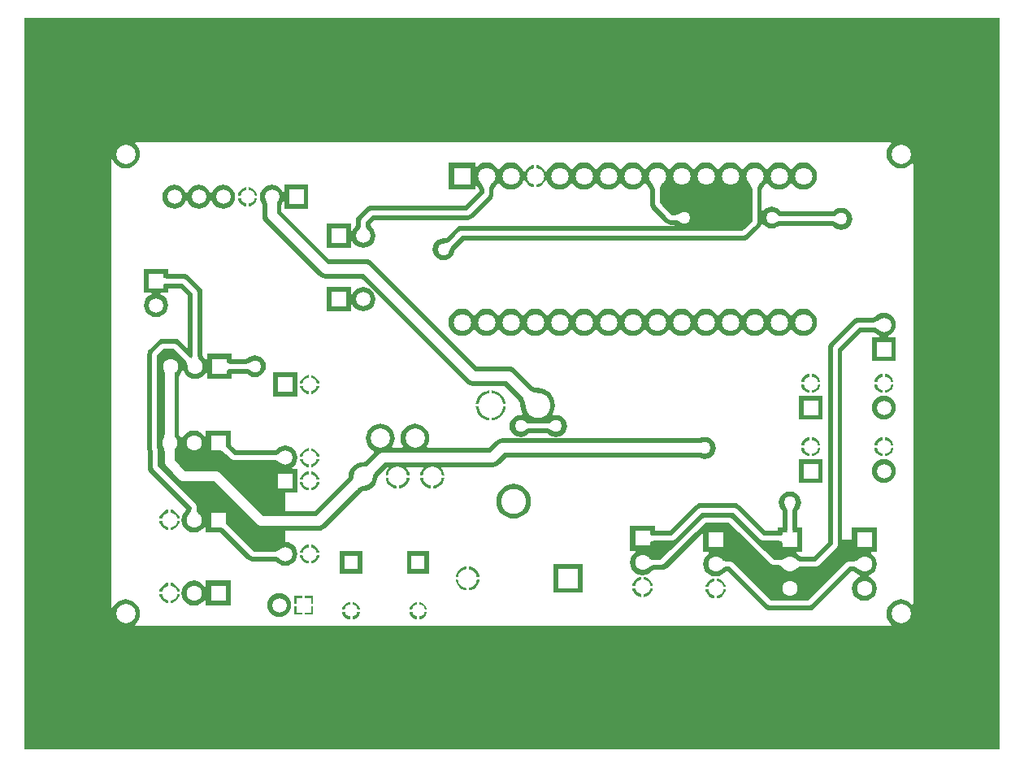
<source format=gbr>
%FSDAX33Y33*%
%MOMM*%
%SFA1B1*%

%IPPOS*%
%AMD1002*
%
%ADD22C,2.600000*%
%ADD25C,2.000001*%
%ADD30C,0.499999*%
%ADD31C,1.000001*%
%ADD33R,1.350000X1.350000*%
%ADD34C,1.350000*%
%ADD35C,1.799999*%
%ADD36R,1.799999X1.799999*%
%ADD37R,1.500000X1.500000*%
%ADD38C,1.500000*%
%ADD39C,1.599997*%
%ADD40R,1.599997X1.599997*%
%ADD41R,2.000001X2.000001*%
%ADD42C,1.270000*%
%LNfilm_bottom_layer-1*%
%LPD*%
G36*
X101600Y076200D02*
X000000D01*
Y000000*
X101600*
Y076200*
G37*
%LNfilm_bottom_layer-2*%
%LPC*%
G36*
X011512Y063195D02*
X011606Y063117D01*
X011794Y062889*
X011933Y062628*
X012019Y062346*
X012048Y062052*
X012019Y061758*
X011933Y061475*
X011794Y061214*
X011606Y060986*
X011378Y060798*
X011117Y060659*
X010835Y060573*
X010541Y060544*
X010246Y060573*
X009964Y060659*
X009703Y060798*
X009475Y060986*
X009287Y061214*
X009148Y061475*
X009144Y061490*
X009017Y061471*
Y014754*
X009144Y014735*
X009148Y014749*
X009287Y015010*
X009475Y015238*
X009703Y015426*
X009964Y015565*
X010246Y015651*
X010541Y015680*
X010835Y015651*
X011117Y015565*
X011378Y015426*
X011606Y015238*
X011794Y015010*
X011933Y014749*
X012019Y014467*
X012048Y014173*
X012019Y013879*
X011933Y013596*
X011794Y013335*
X011606Y013107*
X011512Y013030*
X011558Y012903*
X090295*
X090341Y013030*
X090247Y013107*
X090059Y013335*
X089920Y013596*
X089834Y013879*
X089805Y014173*
X089834Y014467*
X089920Y014749*
X090059Y015010*
X090247Y015238*
X090475Y015426*
X090736Y015565*
X091018Y015651*
X091313Y015680*
X091607Y015651*
X091889Y015565*
X092150Y015426*
X092378Y015238*
X092456Y015144*
X092583Y015190*
Y061035*
X092456Y061080*
X092378Y060986*
X092150Y060798*
X091889Y060659*
X091607Y060573*
X091313Y060544*
X091018Y060573*
X090736Y060659*
X090475Y060798*
X090247Y060986*
X090059Y061214*
X089920Y061475*
X089834Y061758*
X089805Y062052*
X089834Y062346*
X089920Y062628*
X090059Y062889*
X090247Y063117*
X090341Y063195*
X090295Y063322*
X011558*
X011512Y063195*
G37*
%LNfilm_bottom_layer-3*%
%LPD*%
G36*
X039845Y020660D02*
X042195D01*
Y018310*
X039845*
Y020660*
G37*
G36*
X046055Y019104D02*
Y017983D01*
X044933*
X044960Y018183*
X045086Y018488*
X045287Y018750*
X045549Y018951*
X045854Y019077*
X046055Y019104*
G37*
G36*
X032860Y020660D02*
X035210D01*
Y018310*
X032860*
Y020660*
G37*
G36*
X028722Y020269D02*
X029591D01*
Y019400*
X029455Y019418*
X029211Y019519*
X029001Y019680*
X028840Y019889*
X028739Y020134*
X028722Y020269*
G37*
G36*
X029845D02*
X030713D01*
X030696Y020134*
X030594Y019889*
X030434Y019680*
X030224Y019519*
X029980Y019418*
X029845Y019400*
Y020269*
G37*
G36*
X046309Y019104D02*
X046509Y019077D01*
X046814Y018951*
X047076Y018750*
X047277Y018488*
X047403Y018183*
X047430Y017983*
X046309*
Y019104*
G37*
G36*
X071882Y017864D02*
Y016945D01*
X070962*
X070982Y017093*
X071088Y017349*
X071257Y017569*
X071477Y017738*
X071733Y017845*
X071882Y017864*
G37*
G36*
X072136D02*
X072284Y017845D01*
X072540Y017738*
X072760Y017569*
X072929Y017349*
X073035Y017093*
X073055Y016945*
X072136*
Y017864*
G37*
G36*
X017653Y017643D02*
X017992Y017598D01*
X018308Y017467*
X018580Y017259*
X018766Y017017*
X018893Y017051*
Y017632*
X021492*
Y015032*
X018893*
Y015613*
X018766Y015647*
X018580Y015405*
X018308Y015196*
X017992Y015065*
X017653Y015020*
X017313Y015065*
X016997Y015196*
X016725Y015405*
X016517Y015676*
X016386Y015992*
X016341Y016332*
X016386Y016671*
X016517Y016987*
X016725Y017259*
X016997Y017467*
X017313Y017598*
X017653Y017643*
G37*
G36*
X064262Y017991D02*
Y017072D01*
X063342*
X063362Y017220*
X063468Y017476*
X063637Y017696*
X063857Y017865*
X064113Y017972*
X064262Y017991*
G37*
G36*
X064516D02*
X064664Y017972D01*
X064920Y017865*
X065140Y017696*
X065309Y017476*
X065415Y017220*
X065435Y017072*
X064516*
Y017991*
G37*
G36*
X029845Y021392D02*
X029980Y021374D01*
X030224Y021273*
X030434Y021112*
X030594Y020902*
X030696Y020658*
X030713Y020523*
X029845*
Y021392*
G37*
G36*
Y027889D02*
X030713D01*
X030696Y027754*
X030594Y027509*
X030434Y027300*
X030224Y027139*
X029980Y027038*
X029845Y027020*
Y027889*
G37*
G36*
X050966Y027698D02*
X051319Y027664D01*
X051659Y027561*
X051971Y027394*
X052245Y027169*
X052470Y026895*
X052638Y026582*
X052740Y026243*
X052775Y025890*
X052740Y025537*
X052638Y025198*
X052470Y024885*
X052245Y024611*
X051971Y024386*
X051659Y024219*
X051319Y024116*
X050966Y024081*
X050614Y024116*
X050274Y024219*
X049962Y024386*
X049688Y024611*
X049463Y024885*
X049295Y025198*
X049193Y025537*
X049158Y025890*
X049193Y026243*
X049295Y026582*
X049463Y026895*
X049688Y027169*
X049962Y027394*
X050274Y027561*
X050614Y027664*
X050966Y027698*
G37*
G36*
X028722Y027889D02*
X029591D01*
Y027020*
X029455Y027038*
X029211Y027139*
X029001Y027300*
X028840Y027509*
X028739Y027754*
X028722Y027889*
G37*
G36*
X039010Y028334D02*
X040132D01*
X040105Y028133*
X039979Y027828*
X039778Y027566*
X039516Y027365*
X039211Y027239*
X039010Y027213*
Y028334*
G37*
G36*
X042610D02*
X043732D01*
X043705Y028133*
X043579Y027828*
X043378Y027566*
X043116Y027365*
X042811Y027239*
X042610Y027213*
Y028334*
G37*
G36*
X014986Y024998D02*
Y024079D01*
X014066*
X014086Y024227*
X014192Y024483*
X014361Y024703*
X014581Y024872*
X014837Y024979*
X014986Y024998*
G37*
G36*
X089535Y045532D02*
X089861Y045490D01*
X090165Y045364*
X090426Y045163*
X090626Y044902*
X090752Y044598*
X090795Y044272*
X090752Y043945*
X090626Y043641*
X090426Y043380*
X090165Y043180*
X089993Y043109*
X090018Y042982*
X090784*
Y040482*
X088284*
Y042982*
X089051*
X089076Y043109*
X088904Y043180*
X088643Y043380*
X088639Y043386*
X088605Y043418*
X088577Y043441*
X088551Y043460*
X088526Y043475*
X088502Y043486*
X088479Y043495*
X088456Y043502*
X088432Y043507*
X088406Y043510*
X088357Y043512*
X088345Y043515*
X087181*
X085211Y041545*
Y021898*
X086203*
Y023198*
X088802*
Y020598*
X088222*
X088187Y020471*
X088430Y020285*
X088638Y020013*
X088769Y019697*
X088814Y019358*
X088769Y019018*
X088638Y018702*
X088430Y018431*
X088158Y018222*
X087999Y018156*
Y018019*
X088158Y017953*
X088430Y017745*
X088638Y017473*
X088769Y017157*
X088814Y016818*
X088769Y016478*
X088638Y016162*
X088430Y015891*
X088158Y015682*
X087842Y015551*
X087503Y015506*
X087163Y015551*
X086847Y015682*
X086575Y015891*
X086367Y016162*
X086236Y016478*
X086191Y016818*
X086236Y017157*
X086367Y017473*
X086575Y017745*
X086847Y017953*
X087006Y018019*
Y018156*
X086847Y018222*
X086575Y018431*
X086569Y018439*
X086529Y018477*
X086493Y018508*
X086459Y018533*
X086427Y018552*
X086398Y018567*
X086370Y018579*
X086344Y018587*
X086318Y018593*
X086291Y018596*
X086241Y018598*
X086229Y018601*
X086197*
X082328Y014733*
X082171Y014613*
X081989Y014537*
X081793Y014511*
X077680*
X077484Y014537*
X077301Y014613*
X077145Y014733*
X073277Y018600*
X073270Y018598*
X073220Y018596*
X073193Y018593*
X073167Y018587*
X073141Y018579*
X073113Y018567*
X073084Y018552*
X073052Y018533*
X073018Y018508*
X072982Y018477*
X072942Y018439*
X072936Y018431*
X072664Y018222*
X072348Y018091*
X072009Y018046*
X071669Y018091*
X071353Y018222*
X071081Y018431*
X070873Y018702*
X070742Y019018*
X070697Y019358*
X070742Y019697*
X070873Y020013*
X071081Y020285*
X071324Y020471*
X071289Y020598*
X070709*
Y022542*
X070591Y022590*
X066951Y018950*
X066951Y018950*
X066794Y018830*
X066611Y018754*
X066416Y018728*
X066416*
X065662*
X065650Y018725*
X065600Y018723*
X065573Y018720*
X065547Y018714*
X065521Y018706*
X065493Y018694*
X065464Y018679*
X065432Y018660*
X065398Y018635*
X065362Y018604*
X065322Y018566*
X065316Y018558*
X065044Y018349*
X064728Y018218*
X064389Y018173*
X064049Y018218*
X063733Y018349*
X063461Y018558*
X063253Y018829*
X063122Y019145*
X063077Y019485*
X063122Y019824*
X063253Y020140*
X063461Y020412*
X063704Y020598*
X063669Y020725*
X063089*
Y023325*
X065688*
Y022785*
X065699Y022784*
X065713Y022781*
X067228*
X069929Y025482*
X070086Y025603*
X070269Y025678*
X070464Y025704*
X073987*
X073987Y025704*
X074183Y025678*
X074365Y025603*
X074522Y025482*
X077223Y022781*
X078431*
X078445Y022784*
X078456Y022785*
Y023198*
X078996*
X078996Y023208*
X078999Y023222*
Y024747*
X078996Y024760*
X078995Y024806*
X078992Y024832*
X078988Y024853*
X078984Y024869*
X078980Y024882*
X078976Y024893*
X078971Y024901*
X078967Y024908*
X078961Y024915*
X078939Y024939*
X078933Y024948*
X078764Y025168*
X078650Y025444*
X078611Y025741*
X078650Y026037*
X078764Y026313*
X078946Y026550*
X079183Y026732*
X079459Y026846*
X079756Y026885*
X080052Y026846*
X080328Y026732*
X080565Y026550*
X080747Y026313*
X080861Y026037*
X080900Y025741*
X080861Y025444*
X080747Y025168*
X080578Y024948*
X080572Y024939*
X080550Y024915*
X080544Y024908*
X080540Y024901*
X080535Y024893*
X080531Y024882*
X080527Y024869*
X080522Y024853*
X080519Y024832*
X080516Y024806*
X080515Y024760*
X080512Y024747*
Y023222*
X080515Y023208*
X080515Y023198*
X081055*
Y020598*
X080475*
X080440Y020471*
X080683Y020285*
X080689Y020277*
X080729Y020238*
X080765Y020208*
X080799Y020183*
X080831Y020163*
X080860Y020148*
X080888Y020137*
X080914Y020128*
X080940Y020123*
X080967Y020119*
X081017Y020117*
X081029Y020114*
X082214*
X083698Y021598*
Y041859*
Y041859*
X083711Y041957*
X083724Y042054*
X083799Y042237*
X083920Y042394*
X086333Y044807*
X086489Y044927*
X086672Y045002*
X086868Y045028*
X088345*
X088357Y045031*
X088406Y045033*
X088432Y045036*
X088456Y045041*
X088479Y045048*
X088502Y045057*
X088526Y045069*
X088551Y045084*
X088577Y045102*
X088605Y045125*
X088639Y045158*
X088643Y045163*
X088904Y045364*
X089208Y045490*
X089535Y045532*
G37*
G36*
X029591Y021392D02*
Y020523D01*
X028722*
X028739Y020658*
X028840Y020902*
X029001Y021112*
X029211Y021273*
X029455Y021374*
X029591Y021392*
G37*
G36*
X015240Y023825D02*
X016159D01*
X016139Y023677*
X016033Y023420*
X015864Y023200*
X015644Y023031*
X015388Y022925*
X015240Y022905*
Y023825*
G37*
G36*
Y024998D02*
X015388Y024979D01*
X015644Y024872*
X015864Y024703*
X016033Y024483*
X016139Y024227*
X016159Y024079*
X015240*
Y024998*
G37*
G36*
X014066Y023825D02*
X014986D01*
Y022905*
X014837Y022925*
X014581Y023031*
X014361Y023200*
X014192Y023420*
X014086Y023677*
X014066Y023825*
G37*
G36*
X044933Y017729D02*
X046055D01*
Y016608*
X045854Y016634*
X045549Y016760*
X045287Y016961*
X045086Y017223*
X044960Y017528*
X044933Y017729*
G37*
G36*
X041148Y015405D02*
X041263Y015390D01*
X041489Y015296*
X041683Y015147*
X041832Y014953*
X041926Y014727*
X041941Y014612*
X041148*
Y015405*
G37*
G36*
X028078Y014935D02*
X028956D01*
Y014058*
X028078*
Y014935*
G37*
G36*
X034163Y015405D02*
X034278Y015390D01*
X034504Y015296*
X034698Y015147*
X034847Y014953*
X034941Y014727*
X034956Y014612*
X034163*
Y015405*
G37*
G36*
X033909D02*
Y014612D01*
X033115*
X033130Y014727*
X033224Y014953*
X033373Y015147*
X033567Y015296*
X033793Y015390*
X033909Y015405*
G37*
G36*
X040894D02*
Y014612D01*
X040100*
X040115Y014727*
X040209Y014953*
X040358Y015147*
X040552Y015296*
X040778Y015390*
X040894Y015405*
G37*
G36*
X029210Y014935D02*
X030086D01*
Y014058*
X029210*
Y014935*
G37*
G36*
X034163Y014358D02*
X034956D01*
X034941Y014242*
X034847Y014016*
X034698Y013822*
X034504Y013673*
X034278Y013580*
X034163Y013564*
Y014358*
G37*
G36*
X041148D02*
X041941D01*
X041926Y014242*
X041832Y014016*
X041683Y013822*
X041489Y013673*
X041263Y013580*
X041148Y013564*
Y014358*
G37*
G36*
X040100D02*
X040894D01*
Y013564*
X040778Y013580*
X040552Y013673*
X040358Y013822*
X040209Y014016*
X040115Y014242*
X040100Y014358*
G37*
G36*
X026543Y016322D02*
X026869Y016280D01*
X027173Y016154*
X027434Y015953*
X027634Y015692*
X027760Y015388*
X027803Y015062*
X027760Y014735*
X027634Y014431*
X027434Y014170*
X027173Y013970*
X026869Y013844*
X026543Y013801*
X026216Y013844*
X025912Y013970*
X025651Y014170*
X025451Y014431*
X025325Y014735*
X025282Y015062*
X025325Y015388*
X025451Y015692*
X025651Y015953*
X025912Y016154*
X026216Y016280*
X026543Y016322*
G37*
G36*
X033115Y014358D02*
X033909D01*
Y013564*
X033793Y013580*
X033567Y013673*
X033373Y013822*
X033224Y014016*
X033130Y014242*
X033115Y014358*
G37*
G36*
X029210Y016066D02*
X030086D01*
Y015189*
X029210*
Y016066*
G37*
G36*
X055141Y019356D02*
X058141D01*
Y016356*
X055141*
Y019356*
G37*
G36*
X063342Y016818D02*
X064262D01*
Y015898*
X064113Y015918*
X063857Y016024*
X063637Y016193*
X063468Y016413*
X063362Y016670*
X063342Y016818*
G37*
G36*
X015240Y017378D02*
X015388Y017359D01*
X015644Y017252*
X015864Y017083*
X016033Y016863*
X016139Y016607*
X016159Y016459*
X015240*
Y017378*
G37*
G36*
X046309Y017729D02*
X047430D01*
X047403Y017528*
X047277Y017223*
X047076Y016961*
X046814Y016760*
X046509Y016634*
X046309Y016608*
Y017729*
G37*
G36*
X014986Y017378D02*
Y016459D01*
X014066*
X014086Y016607*
X014192Y016863*
X014361Y017083*
X014581Y017252*
X014837Y017359*
X014986Y017378*
G37*
G36*
X064516Y016818D02*
X065435D01*
X065415Y016670*
X065309Y016413*
X065140Y016193*
X064920Y016024*
X064664Y015918*
X064516Y015898*
Y016818*
G37*
G36*
X015240Y016205D02*
X016159D01*
X016139Y016057*
X016033Y015800*
X015864Y015580*
X015644Y015411*
X015388Y015305*
X015240Y015285*
Y016205*
G37*
G36*
X028078Y016066D02*
X028956D01*
Y015189*
X028078*
Y016066*
G37*
G36*
X014066Y016205D02*
X014986D01*
Y015285*
X014837Y015305*
X014581Y015411*
X014361Y015580*
X014192Y015800*
X014086Y016057*
X014066Y016205*
G37*
G36*
X070962Y016691D02*
X071882D01*
Y015771*
X071733Y015791*
X071477Y015897*
X071257Y016066*
X071088Y016286*
X070982Y016543*
X070962Y016691*
G37*
G36*
X072136D02*
X073055D01*
X073035Y016543*
X072929Y016286*
X072760Y016066*
X072540Y015897*
X072284Y015791*
X072136Y015771*
Y016691*
G37*
G36*
X037635Y028334D02*
X038756D01*
Y027213*
X038556Y027239*
X038251Y027365*
X037989Y027566*
X037788Y027828*
X037662Y028133*
X037635Y028334*
G37*
G36*
X029591Y039045D02*
Y038176D01*
X028722*
X028739Y038311*
X028840Y038555*
X029001Y038765*
X029211Y038926*
X029455Y039027*
X029591Y039045*
G37*
G36*
X029845D02*
X029980Y039027D01*
X030224Y038926*
X030434Y038765*
X030594Y038555*
X030696Y038311*
X030713Y038176*
X029845*
Y039045*
G37*
G36*
X089662Y039172D02*
X089797Y039154D01*
X090041Y039053*
X090251Y038892*
X090411Y038682*
X090513Y038438*
X090530Y038303*
X089662*
Y039172*
G37*
G36*
X089408D02*
Y038303D01*
X088539*
X088556Y038438*
X088657Y038682*
X088818Y038892*
X089028Y039053*
X089272Y039154*
X089408Y039172*
G37*
G36*
X082042D02*
X082177Y039154D01*
X082421Y039053*
X082631Y038892*
X082791Y038682*
X082893Y038438*
X082910Y038303*
X082042*
Y039172*
G37*
G36*
X080919Y038049D02*
X081788D01*
Y037180*
X081652Y037198*
X081408Y037299*
X081198Y037460*
X081037Y037669*
X080936Y037914*
X080919Y038049*
G37*
G36*
X028722Y037922D02*
X029591D01*
Y037053*
X029455Y037071*
X029211Y037172*
X029001Y037333*
X028840Y037542*
X028739Y037787*
X028722Y037922*
G37*
G36*
X029845D02*
X030713D01*
X030696Y037787*
X030594Y037542*
X030434Y037333*
X030224Y037172*
X029980Y037071*
X029845Y037053*
Y037922*
G37*
G36*
X089662Y038049D02*
X090530D01*
X090513Y037914*
X090411Y037669*
X090251Y037460*
X090041Y037299*
X089797Y037198*
X089662Y037180*
Y038049*
G37*
G36*
X088539D02*
X089408D01*
Y037180*
X089272Y037198*
X089028Y037299*
X088818Y037460*
X088657Y037669*
X088556Y037914*
X088539Y038049*
G37*
G36*
X082042D02*
X082910D01*
X082893Y037914*
X082791Y037669*
X082631Y037460*
X082421Y037299*
X082177Y037198*
X082042Y037180*
Y038049*
G37*
G36*
X081788Y039172D02*
Y038303D01*
X080919*
X080936Y038438*
X081037Y038682*
X081198Y038892*
X081408Y039053*
X081652Y039154*
X081788Y039172*
G37*
G36*
X015621Y058867D02*
X015947Y058825D01*
X016251Y058699*
X016512Y058498*
X016712Y058237*
X016825Y057964*
X016826Y057964*
X016955*
X016956Y057964*
X017069Y058237*
X017269Y058498*
X017530Y058699*
X017834Y058825*
X018161Y058867*
X018487Y058825*
X018791Y058699*
X019052Y058498*
X019252Y058237*
X019365Y057964*
X019366Y057964*
X019495*
X019496Y057964*
X019609Y058237*
X019809Y058498*
X020070Y058699*
X020374Y058825*
X020701Y058867*
X021027Y058825*
X021331Y058699*
X021592Y058498*
X021792Y058237*
X021918Y057933*
X021961Y057607*
X021918Y057280*
X021792Y056976*
X021592Y056715*
X021331Y056515*
X021027Y056389*
X020701Y056346*
X020374Y056389*
X020070Y056515*
X019809Y056715*
X019609Y056976*
X019496Y057249*
X019495Y057249*
X019366*
X019365Y057249*
X019252Y056976*
X019052Y056715*
X018791Y056515*
X018487Y056389*
X018161Y056346*
X017834Y056389*
X017530Y056515*
X017269Y056715*
X017069Y056976*
X016956Y057249*
X016955Y057249*
X016826*
X016825Y057249*
X016712Y056976*
X016512Y056715*
X016251Y056515*
X015947Y056389*
X015621Y056346*
X015294Y056389*
X014990Y056515*
X014729Y056715*
X014529Y056976*
X014403Y057280*
X014360Y057607*
X014403Y057933*
X014529Y058237*
X014729Y058498*
X014990Y058699*
X015294Y058825*
X015621Y058867*
G37*
G36*
X023114Y058603D02*
Y057734D01*
X022245*
X022262Y057869*
X022363Y058113*
X022524Y058323*
X022734Y058484*
X022978Y058585*
X023114Y058603*
G37*
G36*
X025781Y058867D02*
X026107Y058825D01*
X026411Y058699*
X026672Y058498*
X026872Y058237*
X026943Y058065*
X027070Y058091*
Y058857*
X029570*
Y056357*
X027070*
Y057123*
X026943Y057148*
X026872Y056976*
X026806Y056890*
X026790Y056571*
X026789Y056569*
Y056119*
X031786Y051122*
X035560*
X035821Y051088*
X036064Y050987*
X036273Y050827*
X047153Y039946*
X050419*
X050680Y039912*
X050923Y039811*
X051132Y039651*
X052765Y038017*
X052769Y038015*
X052849Y037940*
X052917Y037885*
X052983Y037838*
X053048Y037799*
X053113Y037767*
X053177Y037742*
X053242Y037723*
X053308Y037710*
X053377Y037702*
X053469Y037699*
X053477Y037697*
X053819Y037664*
X054159Y037561*
X054471Y037394*
X054745Y037169*
X054970Y036895*
X055138Y036582*
X055240Y036243*
X055275Y035890*
X055240Y035537*
X055138Y035198*
X055002Y034944*
X055051Y034871*
X055090Y034838*
X055372Y034875*
X055668Y034836*
X055944Y034722*
X056181Y034540*
X056363Y034303*
X056477Y034027*
X056516Y033731*
X056477Y033434*
X056363Y033158*
X056181Y032921*
X055944Y032739*
X055668Y032625*
X055372Y032586*
X055075Y032625*
X054799Y032739*
X054578Y032909*
X054569Y032914*
X054546Y032936*
X054539Y032942*
X054532Y032946*
X054523Y032951*
X054513Y032955*
X054500Y032960*
X054484Y032964*
X054463Y032967*
X054437Y032970*
X054391Y032971*
X054378Y032974*
X052682*
X052669Y032971*
X052623Y032970*
X052597Y032967*
X052576Y032964*
X052560Y032960*
X052547Y032955*
X052537Y032951*
X052528Y032946*
X052521Y032942*
X052514Y032936*
X052491Y032914*
X052482Y032909*
X052261Y032739*
X051985Y032625*
X051689Y032586*
X051392Y032625*
X051116Y032739*
X050879Y032921*
X050697Y033158*
X050583Y033434*
X050544Y033731*
X050583Y034027*
X050697Y034303*
X050879Y034540*
X051116Y034722*
X051392Y034836*
X051689Y034875*
X051834Y034856*
X051915Y034974*
X051795Y035198*
X051693Y035537*
X051659Y035879*
X051657Y035887*
X051654Y035979*
X051646Y036048*
X051633Y036114*
X051614Y036179*
X051589Y036243*
X051557Y036308*
X051518Y036373*
X051472Y036440*
X051416Y036507*
X051341Y036588*
X051339Y036591*
X050001Y037929*
X046736*
X046474Y037963*
X046231Y038064*
X046022Y038224*
X035142Y049105*
X031369*
X031107Y049139*
X030864Y049240*
X030655Y049400*
X025067Y054988*
X024907Y055197*
X024806Y055441*
X024772Y055702*
Y056590*
X024771Y056596*
X024770Y056677*
X024766Y056876*
X024689Y056976*
X024563Y057280*
X024520Y057607*
X024563Y057933*
X024689Y058237*
X024889Y058498*
X025150Y058699*
X025454Y058825*
X025781Y058867*
G37*
G36*
X048133Y061178D02*
X048498Y061130D01*
X048839Y060989*
X049131Y060764*
X049327Y060508*
X049362Y060498*
X049443*
X049478Y060508*
X049674Y060764*
X049966Y060989*
X050307Y061130*
X050673Y061178*
X051038Y061130*
X051379Y060989*
X051671Y060764*
X051895Y060472*
X052007Y060203*
X052144*
X052204Y060348*
X052389Y060589*
X052631Y060774*
X052911Y060890*
X053086Y060913*
Y059766*
Y058618*
X052911Y058641*
X052631Y058758*
X052389Y058943*
X052204Y059184*
X052144Y059329*
X052007*
X051895Y059060*
X051671Y058767*
X051379Y058543*
X051038Y058402*
X050673Y058354*
X050307Y058402*
X049966Y058543*
X049674Y058767*
X049478Y059023*
X049443Y059033*
X049362*
X049327Y059023*
X049131Y058767*
X049118Y058757*
X049067Y058704*
X049022Y058653*
X048986Y058604*
X048957Y058560*
X048934Y058519*
X048918Y058482*
X048906Y058448*
X048898Y058418*
X048894Y058389*
X048892Y058336*
X048889Y058325*
Y057861*
X048863Y057665*
X048788Y057482*
X048667Y057326*
X046762Y055421*
X046606Y055301*
X046423Y055225*
X046228Y055199*
X036458*
X036062Y054803*
Y054732*
X036065Y054720*
X036067Y054671*
X036070Y054645*
X036075Y054621*
X036082Y054598*
X036091Y054575*
X036103Y054551*
X036117Y054527*
X036136Y054500*
X036159Y054472*
X036192Y054438*
X036197Y054434*
X036397Y054173*
X036523Y053869*
X036566Y053543*
X036523Y053216*
X036397Y052912*
X036197Y052651*
X035936Y052451*
X035632Y052325*
X035306Y052282*
X034979Y052325*
X034675Y052451*
X034414Y052651*
X034214Y052912*
X034142Y053084*
X034015Y053059*
Y052293*
X031515*
Y054793*
X034015*
Y054027*
X034142Y054001*
X034214Y054173*
X034414Y054434*
X034419Y054438*
X034452Y054472*
X034475Y054500*
X034494Y054527*
X034508Y054551*
X034520Y054575*
X034529Y054598*
X034536Y054621*
X034541Y054645*
X034544Y054671*
X034546Y054720*
X034549Y054732*
Y055116*
Y055116*
X034562Y055214*
X034575Y055312*
X034650Y055495*
X034771Y055651*
X035610Y056491*
X035766Y056611*
X035949Y056686*
X036145Y056712*
X045914*
X047376Y058174*
Y058325*
X047373Y058336*
X047371Y058389*
X047366Y058418*
X047359Y058448*
X047347Y058482*
X047331Y058519*
X047308Y058560*
X047279Y058604*
X047242Y058653*
X047198Y058704*
X047147Y058757*
X047134Y058767*
X047113Y058795*
X046992Y058754*
Y058366*
X044193*
Y061166*
X046992*
Y060777*
X047113Y060736*
X047134Y060764*
X047426Y060989*
X047767Y061130*
X048133Y061178*
G37*
G36*
X055753D02*
X056118Y061130D01*
X056459Y060989*
X056751Y060764*
X056947Y060508*
X056982Y060498*
X057063*
X057098Y060508*
X057294Y060764*
X057586Y060989*
X057927Y061130*
X058293Y061178*
X058658Y061130*
X058999Y060989*
X059291Y060764*
X059487Y060508*
X059522Y060498*
X059603*
X059638Y060508*
X059834Y060764*
X060126Y060989*
X060467Y061130*
X060833Y061178*
X061198Y061130*
X061539Y060989*
X061831Y060764*
X062027Y060508*
X062062Y060498*
X062143*
X062178Y060508*
X062374Y060764*
X062666Y060989*
X063007Y061130*
X063373Y061178*
X063738Y061130*
X064079Y060989*
X064371Y060764*
X064567Y060508*
X064602Y060498*
X064683*
X064718Y060508*
X064914Y060764*
X065206Y060989*
X065547Y061130*
X065913Y061178*
X066278Y061130*
X066619Y060989*
X066911Y060764*
X067107Y060508*
X067142Y060498*
X067223*
X067258Y060508*
X067454Y060764*
X067746Y060989*
X068087Y061130*
X068453Y061178*
X068818Y061130*
X069159Y060989*
X069451Y060764*
X069647Y060508*
X069682Y060498*
X069763*
X069798Y060508*
X069994Y060764*
X070286Y060989*
X070627Y061130*
X070993Y061178*
X071358Y061130*
X071699Y060989*
X071991Y060764*
X072187Y060508*
X072222Y060498*
X072303*
X072338Y060508*
X072534Y060764*
X072826Y060989*
X073167Y061130*
X073533Y061178*
X073898Y061130*
X074239Y060989*
X074531Y060764*
X074727Y060508*
X074762Y060498*
X074843*
X074878Y060508*
X075074Y060764*
X075366Y060989*
X075707Y061130*
X076073Y061178*
X076438Y061130*
X076779Y060989*
X077071Y060764*
X077267Y060508*
X077302Y060498*
X077383*
X077418Y060508*
X077614Y060764*
X077906Y060989*
X078247Y061130*
X078613Y061178*
X078978Y061130*
X079319Y060989*
X079611Y060764*
X079807Y060508*
X079842Y060498*
X079923*
X079958Y060508*
X080154Y060764*
X080446Y060989*
X080787Y061130*
X081153Y061178*
X081518Y061130*
X081859Y060989*
X082151Y060764*
X082375Y060472*
X082516Y060131*
X082565Y059766*
X082516Y059400*
X082375Y059060*
X082151Y058767*
X081859Y058543*
X081518Y058402*
X081153Y058354*
X080787Y058402*
X080446Y058543*
X080154Y058767*
X079958Y059023*
X079923Y059033*
X079842*
X079807Y059023*
X079611Y058767*
X079319Y058543*
X078978Y058402*
X078613Y058354*
X078247Y058402*
X077906Y058543*
X077614Y058767*
X077418Y059023*
X077383Y059033*
X077302*
X077267Y059023*
X077071Y058767*
X077058Y058757*
X077007Y058704*
X076962Y058653*
X076926Y058604*
X076897Y058560*
X076874Y058519*
X076858Y058482*
X076846Y058448*
X076838Y058418*
X076834Y058389*
X076832Y058336*
X076829Y058325*
Y056189*
X076956Y056146*
X077041Y056257*
X077278Y056439*
X077554Y056553*
X077851Y056592*
X078147Y056553*
X078423Y056439*
X078660Y056257*
X078764Y056122*
X078797Y056092*
X078801Y056085*
X078808Y056084*
X078828Y056082*
X078872Y056080*
X078885Y056077*
X084096*
X084109Y056080*
X084155Y056082*
X084181Y056084*
X084202Y056088*
X084218Y056092*
X084231Y056096*
X084241Y056100*
X084250Y056105*
X084257Y056110*
X084264Y056115*
X084287Y056137*
X084296Y056143*
X084517Y056312*
X084793Y056426*
X085090Y056465*
X085386Y056426*
X085662Y056312*
X085899Y056130*
X086081Y055893*
X086195Y055617*
X086234Y055321*
X086195Y055024*
X086081Y054748*
X085899Y054511*
X085662Y054329*
X085386Y054215*
X085090Y054176*
X084793Y054215*
X084517Y054329*
X084296Y054499*
X084287Y054504*
X084264Y054526*
X084257Y054532*
X084250Y054536*
X084241Y054541*
X084231Y054545*
X084218Y054550*
X084202Y054554*
X084181Y054557*
X084155Y054560*
X084109Y054561*
X084096Y054564*
X078769*
X078755Y054561*
X078705Y054560*
X078671Y054557*
X078640Y054553*
X078612Y054548*
X078587Y054542*
X078565Y054535*
X078544Y054527*
X078525Y054519*
X078508Y054509*
X078477Y054490*
X078456Y054482*
X078423Y054456*
X078147Y054342*
X077851Y054303*
X077554Y054342*
X077278Y054456*
X077041Y054638*
X076935Y054776*
X076803Y054744*
X076728Y054561*
X076607Y054405*
X075464Y053262*
X075308Y053142*
X075125Y053066*
X074930Y053040*
X045796*
X044947Y052192*
X044940Y052179*
X044906Y052144*
X044885Y052119*
X044867Y052095*
X044852Y052073*
X044839Y052052*
X044829Y052032*
X044821Y052014*
X044815Y051995*
X044810Y051977*
X044803Y051942*
X044791Y051912*
X044782Y051849*
X044668Y051573*
X044486Y051336*
X044249Y051154*
X043973Y051040*
X043677Y051001*
X043380Y051040*
X043104Y051154*
X042867Y051336*
X042685Y051573*
X042571Y051849*
X042532Y052146*
X042571Y052442*
X042685Y052718*
X042867Y052955*
X043104Y053137*
X043380Y053251*
X043677Y053290*
X043814Y053272*
X043860Y053275*
X043875Y053273*
X043877Y053274*
X043888Y053282*
X043904Y053295*
X043937Y053325*
X043948Y053332*
X044948Y054332*
X045104Y054452*
X045287Y054527*
X045483Y054553*
X067668*
X067731Y054670*
X067729Y054680*
X067713Y054691*
X067328*
X067132Y054717*
X066950Y054793*
X066793Y054913*
X065378Y056328*
X065257Y056485*
X065182Y056667*
X065156Y056863*
Y056863*
Y058325*
X065153Y058336*
X065151Y058389*
X065146Y058418*
X065139Y058448*
X065127Y058482*
X065111Y058519*
X065088Y058560*
X065059Y058604*
X065022Y058653*
X064978Y058704*
X064927Y058757*
X064914Y058767*
X064718Y059023*
X064683Y059033*
X064602*
X064567Y059023*
X064371Y058767*
X064079Y058543*
X063738Y058402*
X063373Y058354*
X063007Y058402*
X062666Y058543*
X062374Y058767*
X062178Y059023*
X062143Y059033*
X062062*
X062027Y059023*
X061831Y058767*
X061539Y058543*
X061198Y058402*
X060833Y058354*
X060467Y058402*
X060126Y058543*
X059834Y058767*
X059638Y059023*
X059603Y059033*
X059522*
X059487Y059023*
X059291Y058767*
X058999Y058543*
X058658Y058402*
X058293Y058354*
X057927Y058402*
X057586Y058543*
X057294Y058767*
X057098Y059023*
X057063Y059033*
X056982*
X056947Y059023*
X056751Y058767*
X056459Y058543*
X056118Y058402*
X055753Y058354*
X055387Y058402*
X055046Y058543*
X054754Y058767*
X054530Y059060*
X054418Y059329*
X054281*
X054220Y059184*
X054036Y058943*
X053794Y058758*
X053514Y058641*
X053340Y058618*
Y059766*
Y060913*
X053514Y060890*
X053794Y060774*
X054036Y060589*
X054220Y060348*
X054281Y060203*
X054418*
X054530Y060472*
X054754Y060764*
X055046Y060989*
X055387Y061130*
X055753Y061178*
G37*
G36*
X023368Y058603D02*
X023503Y058585D01*
X023747Y058484*
X023957Y058323*
X024117Y058113*
X024219Y057869*
X024236Y057734*
X023368*
Y058603*
G37*
G36*
X045593Y045938D02*
X045958Y045890D01*
X046299Y045749*
X046591Y045524*
X046787Y045268*
X046822Y045258*
X046903*
X046938Y045268*
X047134Y045524*
X047426Y045749*
X047767Y045890*
X048133Y045938*
X048498Y045890*
X048839Y045749*
X049131Y045524*
X049327Y045268*
X049362Y045258*
X049443*
X049478Y045268*
X049674Y045524*
X049966Y045749*
X050307Y045890*
X050673Y045938*
X051038Y045890*
X051379Y045749*
X051671Y045524*
X051867Y045268*
X051902Y045258*
X051983*
X052018Y045268*
X052214Y045524*
X052506Y045749*
X052847Y045890*
X053213Y045938*
X053578Y045890*
X053919Y045749*
X054211Y045524*
X054407Y045268*
X054442Y045258*
X054523*
X054558Y045268*
X054754Y045524*
X055046Y045749*
X055387Y045890*
X055753Y045938*
X056118Y045890*
X056459Y045749*
X056751Y045524*
X056947Y045268*
X056982Y045258*
X057063*
X057098Y045268*
X057294Y045524*
X057586Y045749*
X057927Y045890*
X058293Y045938*
X058658Y045890*
X058999Y045749*
X059291Y045524*
X059487Y045268*
X059522Y045258*
X059603*
X059638Y045268*
X059834Y045524*
X060126Y045749*
X060467Y045890*
X060833Y045938*
X061198Y045890*
X061539Y045749*
X061831Y045524*
X062027Y045268*
X062062Y045258*
X062143*
X062178Y045268*
X062374Y045524*
X062666Y045749*
X063007Y045890*
X063373Y045938*
X063738Y045890*
X064079Y045749*
X064371Y045524*
X064567Y045268*
X064602Y045258*
X064683*
X064718Y045268*
X064914Y045524*
X065206Y045749*
X065547Y045890*
X065913Y045938*
X066278Y045890*
X066619Y045749*
X066911Y045524*
X067107Y045268*
X067142Y045258*
X067223*
X067258Y045268*
X067454Y045524*
X067746Y045749*
X068087Y045890*
X068453Y045938*
X068818Y045890*
X069159Y045749*
X069451Y045524*
X069647Y045268*
X069682Y045258*
X069763*
X069798Y045268*
X069994Y045524*
X070286Y045749*
X070627Y045890*
X070993Y045938*
X071358Y045890*
X071699Y045749*
X071991Y045524*
X072187Y045268*
X072222Y045258*
X072303*
X072338Y045268*
X072534Y045524*
X072826Y045749*
X073167Y045890*
X073533Y045938*
X073898Y045890*
X074239Y045749*
X074531Y045524*
X074727Y045268*
X074762Y045258*
X074843*
X074878Y045268*
X075074Y045524*
X075366Y045749*
X075707Y045890*
X076073Y045938*
X076438Y045890*
X076779Y045749*
X077071Y045524*
X077267Y045268*
X077302Y045258*
X077383*
X077418Y045268*
X077614Y045524*
X077906Y045749*
X078247Y045890*
X078613Y045938*
X078978Y045890*
X079319Y045749*
X079611Y045524*
X079807Y045268*
X079842Y045258*
X079923*
X079958Y045268*
X080154Y045524*
X080446Y045749*
X080787Y045890*
X081153Y045938*
X081518Y045890*
X081859Y045749*
X082151Y045524*
X082375Y045232*
X082516Y044891*
X082565Y044526*
X082516Y044160*
X082375Y043820*
X082151Y043527*
X081859Y043303*
X081518Y043162*
X081153Y043114*
X080787Y043162*
X080446Y043303*
X080154Y043527*
X079958Y043783*
X079923Y043793*
X079842*
X079807Y043783*
X079611Y043527*
X079319Y043303*
X078978Y043162*
X078613Y043114*
X078247Y043162*
X077906Y043303*
X077614Y043527*
X077418Y043783*
X077383Y043793*
X077302*
X077267Y043783*
X077071Y043527*
X076779Y043303*
X076438Y043162*
X076073Y043114*
X075707Y043162*
X075366Y043303*
X075074Y043527*
X074878Y043783*
X074843Y043793*
X074762*
X074727Y043783*
X074531Y043527*
X074239Y043303*
X073898Y043162*
X073533Y043114*
X073167Y043162*
X072826Y043303*
X072534Y043527*
X072338Y043783*
X072303Y043793*
X072222*
X072187Y043783*
X071991Y043527*
X071699Y043303*
X071358Y043162*
X070993Y043114*
X070627Y043162*
X070286Y043303*
X069994Y043527*
X069798Y043783*
X069763Y043793*
X069682*
X069647Y043783*
X069451Y043527*
X069159Y043303*
X068818Y043162*
X068453Y043114*
X068087Y043162*
X067746Y043303*
X067454Y043527*
X067258Y043783*
X067223Y043793*
X067142*
X067107Y043783*
X066911Y043527*
X066619Y043303*
X066278Y043162*
X065913Y043114*
X065547Y043162*
X065206Y043303*
X064914Y043527*
X064718Y043783*
X064683Y043793*
X064602*
X064567Y043783*
X064371Y043527*
X064079Y043303*
X063738Y043162*
X063373Y043114*
X063007Y043162*
X062666Y043303*
X062374Y043527*
X062178Y043783*
X062143Y043793*
X062062*
X062027Y043783*
X061831Y043527*
X061539Y043303*
X061198Y043162*
X060833Y043114*
X060467Y043162*
X060126Y043303*
X059834Y043527*
X059638Y043783*
X059603Y043793*
X059522*
X059487Y043783*
X059291Y043527*
X058999Y043303*
X058658Y043162*
X058293Y043114*
X057927Y043162*
X057586Y043303*
X057294Y043527*
X057098Y043783*
X057063Y043793*
X056982*
X056947Y043783*
X056751Y043527*
X056459Y043303*
X056118Y043162*
X055753Y043114*
X055387Y043162*
X055046Y043303*
X054754Y043527*
X054558Y043783*
X054523Y043793*
X054442*
X054407Y043783*
X054211Y043527*
X053919Y043303*
X053578Y043162*
X053213Y043114*
X052847Y043162*
X052506Y043303*
X052214Y043527*
X052018Y043783*
X051983Y043793*
X051902*
X051867Y043783*
X051671Y043527*
X051379Y043303*
X051038Y043162*
X050673Y043114*
X050307Y043162*
X049966Y043303*
X049674Y043527*
X049478Y043783*
X049443Y043793*
X049362*
X049327Y043783*
X049131Y043527*
X048839Y043303*
X048498Y043162*
X048133Y043114*
X047767Y043162*
X047426Y043303*
X047134Y043527*
X046938Y043783*
X046903Y043793*
X046822*
X046787Y043783*
X046591Y043527*
X046299Y043303*
X045958Y043162*
X045593Y043114*
X045227Y043162*
X044886Y043303*
X044594Y043527*
X044370Y043820*
X044229Y044160*
X044180Y044526*
X044229Y044891*
X044370Y045232*
X044594Y045524*
X044886Y045749*
X045227Y045890*
X045593Y045938*
G37*
G36*
X012465Y050094D02*
X014965D01*
Y049604*
X014976Y049603*
X014990Y049600*
X016598*
X016794Y049574*
X016977Y049499*
X017133Y049379*
Y049379*
X018314Y048197*
X018435Y048041*
X018510Y047858*
X018536Y047663*
Y041227*
X018539Y041215*
X018541Y041165*
X018544Y041139*
X018550Y041112*
X018559Y041086*
X018570Y041059*
X018585Y041029*
X018605Y040998*
X018629Y040964*
X018660Y040927*
X018699Y040887*
X018707Y040881*
X018893Y040639*
X019020Y040673*
Y041254*
X021619*
Y040714*
X021630Y040713*
X021644Y040710*
X023009*
X023022Y040713*
X023068Y040715*
X023094Y040717*
X023115Y040721*
X023131Y040725*
X023144Y040729*
X023154Y040733*
X023163Y040738*
X023170Y040743*
X023177Y040748*
X023200Y040770*
X023209Y040776*
X023430Y040945*
X023706Y041059*
X024003Y041098*
X024299Y041059*
X024575Y040945*
X024812Y040763*
X024994Y040526*
X025108Y040250*
X025147Y039954*
X025108Y039657*
X024994Y039381*
X024812Y039144*
X024575Y038962*
X024299Y038848*
X024003Y038809*
X023706Y038848*
X023430Y038962*
X023209Y039132*
X023200Y039137*
X023177Y039159*
X023170Y039165*
X023163Y039169*
X023154Y039174*
X023144Y039178*
X023131Y039183*
X023115Y039187*
X023094Y039190*
X023068Y039193*
X023022Y039194*
X023009Y039197*
X021644*
X021630Y039194*
X021619Y039194*
Y038654*
X019020*
Y039235*
X018893Y039269*
X018707Y039027*
X018435Y038818*
X018119Y038687*
X017780Y038642*
X017440Y038687*
X017124Y038818*
X016852Y039027*
X016644Y039298*
X016578Y039457*
X016441*
X016375Y039298*
X016167Y039027*
X016136Y039003*
X016123Y038834*
X016122Y038761*
X016121Y038755*
Y033073*
X016122Y033068*
X016127Y032835*
X016133Y032758*
X016248Y032608*
X016314Y032450*
X016451*
X016517Y032608*
X016725Y032880*
X016997Y033088*
X017313Y033219*
X017653Y033264*
X017992Y033219*
X018308Y033088*
X018580Y032880*
X018766Y032638*
X018893Y032672*
Y033253*
X021492*
Y031944*
X021493Y031942*
X021492Y031930*
Y031897*
X021499Y031863*
X021492Y031829*
Y031754*
X021493Y031753*
X021622Y031600*
X021710Y031510*
X021718Y031497*
X022030Y031185*
X025988*
X026000Y031188*
X026049Y031190*
X026075Y031193*
X026099Y031198*
X026122Y031205*
X026145Y031214*
X026169Y031226*
X026194Y031241*
X026220Y031259*
X026248Y031282*
X026282Y031315*
X026286Y031320*
X026547Y031521*
X026851Y031647*
X027178Y031689*
X027504Y031647*
X027808Y031521*
X028069Y031320*
X028269Y031059*
X028395Y030755*
X028438Y030429*
X028395Y030102*
X028269Y029798*
X028069Y029537*
X027881Y029393*
X027924Y029266*
X028427*
Y026766*
X027178*
Y024833*
X030230*
X033517Y028121*
X033519Y028124*
X033649Y028264*
X033688Y028312*
X033721Y028359*
X033746Y028398*
X033762Y028428*
X033770Y028448*
X033773Y028457*
X033775Y028481*
X033780Y028503*
X033805Y028755*
X033891Y029037*
X034030Y029298*
X034218Y029526*
X034446Y029714*
X034707Y029853*
X034989Y029939*
X035283Y029968*
X035330Y029963*
X035354Y029968*
X035375Y029968*
X035378Y029969*
X035394Y029975*
X035422Y029989*
X035458Y030011*
X035496Y030038*
X035615Y030136*
X035679Y030198*
X035683Y030201*
X036441Y030959*
X036418Y031115*
X036246Y031207*
X036018Y031395*
X035830Y031623*
X035691Y031884*
X035605Y032167*
X035576Y032461*
X035605Y032755*
X035691Y033037*
X035830Y033298*
X036018Y033526*
X036246Y033714*
X036507Y033853*
X036789Y033939*
X037084Y033968*
X037378Y033939*
X037660Y033853*
X037921Y033714*
X038149Y033526*
X038337Y033298*
X038476Y033037*
X038562Y032755*
X038591Y032461*
X038562Y032167*
X038476Y031884*
X038337Y031623*
X038305Y031584*
X038359Y031469*
X039408*
X039462Y031584*
X039430Y031623*
X039291Y031884*
X039205Y032167*
X039176Y032461*
X039205Y032755*
X039291Y033037*
X039430Y033298*
X039618Y033526*
X039846Y033714*
X040107Y033853*
X040389Y033939*
X040683Y033968*
X040978Y033939*
X041260Y033853*
X041521Y033714*
X041749Y033526*
X041937Y033298*
X042076Y033037*
X042162Y032755*
X042191Y032461*
X042162Y032167*
X042076Y031884*
X041937Y031623*
X041905Y031584*
X041959Y031469*
X048382*
X049070Y032158*
X049279Y032318*
X049522Y032419*
X049784Y032453*
X070335*
X070569Y032550*
X070866Y032589*
X071162Y032550*
X071438Y032436*
X071675Y032254*
X071857Y032017*
X071971Y031741*
X072010Y031445*
X071971Y031148*
X071857Y030872*
X071675Y030635*
X071438Y030453*
X071162Y030339*
X070866Y030300*
X070569Y030339*
X070335Y030436*
X050201*
X049513Y029747*
X049304Y029587*
X049061Y029486*
X048799Y029452*
X043444*
X043401Y029325*
X043579Y029093*
X043705Y028788*
X043732Y028588*
X042483*
X041235*
X041262Y028788*
X041388Y029093*
X041566Y029325*
X041530Y029430*
X041510Y029452*
X039857*
X039835Y029425*
X039801Y029325*
X039979Y029093*
X040105Y028788*
X040132Y028588*
X038883*
X037635*
X037662Y028788*
X037788Y029093*
X037966Y029325*
X037922Y029452*
X037787*
X037059Y028724*
X037056Y028719*
X036992Y028653*
X036886Y028530*
X036853Y028486*
X036826Y028445*
X036807Y028412*
X036796Y028388*
X036792Y028375*
X036791Y028374*
X036788Y028350*
X036776Y028312*
X036762Y028167*
X036676Y027884*
X036537Y027623*
X036349Y027395*
X036121Y027207*
X035860Y027068*
X035578Y026982*
X035326Y026958*
X035304Y026952*
X035280Y026950*
X035271Y026948*
X035251Y026939*
X035220Y026923*
X035182Y026898*
X035140Y026869*
X035020Y026767*
X034954Y026703*
X034950Y026701*
X031361Y023111*
X031152Y022951*
X030909Y022850*
X030647Y022816*
X027173*
Y021661*
X027178Y021656*
X027504Y021614*
X027808Y021488*
X028069Y021287*
X028269Y021026*
X028395Y020722*
X028438Y020396*
X028395Y020069*
X028269Y019765*
X028069Y019504*
X027808Y019304*
X027504Y019178*
X027178Y019135*
X026851Y019178*
X026547Y019304*
X026286Y019504*
X026282Y019510*
X026248Y019542*
X026220Y019565*
X026194Y019584*
X026169Y019599*
X026145Y019610*
X026122Y019619*
X026099Y019626*
X026075Y019631*
X026049Y019634*
X026000Y019636*
X025988Y019639*
X023749*
X023553Y019665*
X023370Y019741*
X023214Y019861*
X020654Y022421*
X020643Y022428*
X020458Y022599*
X020398Y022647*
X020391Y022652*
X020316*
X020282Y022645*
X020248Y022652*
X020216*
X020203Y022651*
X020201Y022652*
X018893*
Y023233*
X018766Y023267*
X018580Y023025*
X018308Y022816*
X017992Y022685*
X017653Y022640*
X017313Y022685*
X016997Y022816*
X016725Y023025*
X016517Y023296*
X016386Y023612*
X016341Y023952*
X016386Y024291*
X016517Y024607*
X016725Y024879*
X016733Y024885*
X016772Y024925*
X016803Y024962*
X016827Y024996*
X016847Y025027*
X016862Y025057*
X016866Y025066*
X013054Y028878*
X013054*
X012933Y029034*
X012858Y029217*
X012832Y029413*
Y031088*
X012832Y031089*
X012806Y031285*
Y041198*
X012832Y041393*
X012907Y041576*
X013028Y041733*
X013868Y042573*
X014025Y042694*
X014208Y042769*
X014403Y042795*
X015695*
X015890Y042769*
X016073Y042694*
X016229Y042573*
X016230*
X016906Y041897*
X017023Y041946*
Y047349*
X016285Y048087*
X014990*
X014976Y048084*
X014965Y048084*
Y047594*
X014199*
X014174Y047467*
X014346Y047396*
X014607Y047195*
X014807Y046934*
X014933Y046630*
X014976Y046304*
X014933Y045977*
X014807Y045673*
X014607Y045412*
X014346Y045212*
X014042Y045086*
X013716Y045043*
X013389Y045086*
X013085Y045212*
X012824Y045412*
X012624Y045673*
X012498Y045977*
X012455Y046304*
X012498Y046630*
X012624Y046934*
X012824Y047195*
X013085Y047396*
X013257Y047467*
X013232Y047594*
X012465*
Y050094*
G37*
G36*
X035306Y048199D02*
X035632Y048157D01*
X035936Y048031*
X036197Y047830*
X036397Y047569*
X036523Y047265*
X036566Y046939*
X036523Y046612*
X036397Y046308*
X036197Y046047*
X035936Y045847*
X035632Y045721*
X035306Y045678*
X034979Y045721*
X034675Y045847*
X034414Y046047*
X034214Y046308*
X034142Y046480*
X034015Y046455*
Y045689*
X031515*
Y048189*
X034015*
Y047423*
X034142Y047397*
X034214Y047569*
X034414Y047830*
X034675Y048031*
X034979Y048157*
X035306Y048199*
G37*
G36*
X022245Y057480D02*
X023114D01*
Y056611*
X022978Y056629*
X022734Y056730*
X022524Y056891*
X022363Y057100*
X022262Y057345*
X022245Y057480*
G37*
G36*
X023368D02*
X024236D01*
X024219Y057345*
X024117Y057100*
X023957Y056891*
X023747Y056730*
X023503Y056629*
X023368Y056611*
Y057480*
G37*
G36*
X025927Y039299D02*
X028427D01*
Y036799*
X025927*
Y039299*
G37*
G36*
X029845Y031425D02*
X029980Y031407D01*
X030224Y031306*
X030434Y031145*
X030594Y030935*
X030696Y030691*
X030713Y030556*
X029845*
Y031425*
G37*
G36*
X028722Y030302D02*
X029591D01*
Y029433*
X029455Y029451*
X029211Y029552*
X029001Y029713*
X028840Y029922*
X028739Y030167*
X028722Y030302*
G37*
G36*
X029591Y031425D02*
Y030556D01*
X028722*
X028739Y030691*
X028840Y030935*
X029001Y031145*
X029211Y031306*
X029455Y031407*
X029591Y031425*
G37*
G36*
X082042Y031445D02*
X082910D01*
X082893Y031310*
X082791Y031065*
X082631Y030856*
X082421Y030695*
X082177Y030594*
X082042Y030576*
Y031445*
G37*
G36*
X089662D02*
X090530D01*
X090513Y031310*
X090411Y031065*
X090251Y030856*
X090041Y030695*
X089797Y030594*
X089662Y030576*
Y031445*
G37*
G36*
X029845Y030302D02*
X030713D01*
X030696Y030167*
X030594Y029922*
X030434Y029713*
X030224Y029552*
X029980Y029451*
X029845Y029433*
Y030302*
G37*
G36*
X089535Y030292D02*
X089861Y030250D01*
X090165Y030124*
X090426Y029923*
X090626Y029662*
X090752Y029358*
X090795Y029032*
X090752Y028705*
X090626Y028401*
X090426Y028140*
X090165Y027940*
X089861Y027814*
X089535Y027771*
X089208Y027814*
X088904Y027940*
X088643Y028140*
X088443Y028401*
X088317Y028705*
X088274Y029032*
X088317Y029358*
X088443Y029662*
X088643Y029923*
X088904Y030124*
X089208Y030250*
X089535Y030292*
G37*
G36*
X041235Y028334D02*
X042356D01*
Y027213*
X042156Y027239*
X041851Y027365*
X041589Y027566*
X041388Y027828*
X041262Y028133*
X041235Y028334*
G37*
G36*
X080664Y030282D02*
X083164D01*
Y027782*
X080664*
Y030282*
G37*
G36*
X029591Y029012D02*
Y028143D01*
X028722*
X028739Y028278*
X028840Y028522*
X029001Y028732*
X029211Y028893*
X029455Y028994*
X029591Y029012*
G37*
G36*
X029845D02*
X029980Y028994D01*
X030224Y028893*
X030434Y028732*
X030594Y028522*
X030696Y028278*
X030713Y028143*
X029845*
Y029012*
G37*
G36*
X088539Y031445D02*
X089408D01*
Y030576*
X089272Y030594*
X089028Y030695*
X088818Y030856*
X088657Y031065*
X088556Y031310*
X088539Y031445*
G37*
G36*
X089535Y036896D02*
X089861Y036854D01*
X090165Y036728*
X090426Y036527*
X090626Y036266*
X090752Y035962*
X090795Y035636*
X090752Y035309*
X090626Y035005*
X090426Y034744*
X090165Y034544*
X089861Y034418*
X089535Y034375*
X089208Y034418*
X088904Y034544*
X088643Y034744*
X088443Y035005*
X088317Y035309*
X088274Y035636*
X088317Y035962*
X088443Y036266*
X088643Y036527*
X088904Y036728*
X089208Y036854*
X089535Y036896*
G37*
G36*
X047017Y035763D02*
X048439D01*
Y034341*
X048262Y034358*
X047969Y034447*
X047699Y034591*
X047462Y034786*
X047268Y035022*
X047124Y035292*
X047035Y035585*
X047017Y035763*
G37*
G36*
X080664Y036886D02*
X083164D01*
Y034386*
X080664*
Y036886*
G37*
G36*
X048439Y037439D02*
Y036017D01*
X047017*
X047035Y036194*
X047124Y036487*
X047268Y036757*
X047462Y036994*
X047699Y037188*
X047969Y037332*
X048262Y037421*
X048439Y037439*
G37*
G36*
X048693D02*
X048871Y037421D01*
X049164Y037332*
X049434Y037188*
X049671Y036994*
X049865Y036757*
X050009Y036487*
X050098Y036194*
X050116Y036017*
X048693*
Y037439*
G37*
G36*
Y035763D02*
X050116D01*
X050098Y035585*
X050009Y035292*
X049865Y035022*
X049671Y034786*
X049434Y034591*
X049164Y034447*
X048871Y034358*
X048693Y034341*
Y035763*
G37*
G36*
X089662Y032568D02*
X089797Y032550D01*
X090041Y032449*
X090251Y032288*
X090411Y032078*
X090513Y031834*
X090530Y031699*
X089662*
Y032568*
G37*
G36*
X080919Y031445D02*
X081788D01*
Y030576*
X081652Y030594*
X081408Y030695*
X081198Y030856*
X081037Y031065*
X080936Y031310*
X080919Y031445*
G37*
G36*
X082042Y032568D02*
X082177Y032550D01*
X082421Y032449*
X082631Y032288*
X082791Y032078*
X082893Y031834*
X082910Y031699*
X082042*
Y032568*
G37*
G36*
X081788D02*
Y031699D01*
X080919*
X080936Y031834*
X081037Y032078*
X081198Y032288*
X081408Y032449*
X081652Y032550*
X081788Y032568*
G37*
G36*
X089408D02*
Y031699D01*
X088539*
X088556Y031834*
X088657Y032078*
X088818Y032288*
X089028Y032449*
X089272Y032550*
X089408Y032568*
G37*
%LNfilm_bottom_layer-4*%
%LPC*%
G54D30*
X089535Y044272D02*
X086868D01*
X087503Y019358D02*
X085883D01*
X086868Y044272D02*
X084455Y041859D01*
X085883Y019358D02*
X081793Y015268D01*
X085090Y055321D02*
X077978D01*
X084455Y021285D02*
Y041859D01*
Y021285D02*
X082527Y019358D01*
X079756D01*
X081793Y015268D02*
X077680D01*
X079756Y019358D02*
X079629Y019485D01*
X079756Y021898D02*
Y025741D01*
Y021898D02*
X079629Y022025D01*
Y019485D02*
X077959D01*
X079629Y022025D02*
X076910D01*
X077978Y055321D02*
X077851Y055448D01*
X077959Y019485D02*
X073496Y023948D01*
X077680Y015268D02*
X073590Y019358D01*
X076910Y022025D02*
X073987Y024948D01*
X076073Y054940D02*
Y059766D01*
Y054940D02*
X074930Y053797D01*
X045483D01*
X073987Y024948D02*
X070464D01*
X073590Y019358D02*
X072009D01*
X073496Y023948D02*
X070879D01*
X066416Y019485D01*
G54D31*
X070866Y031445D02*
X049784D01*
G54D30*
X070464Y024948D02*
X067541Y022025D01*
X068707Y055448D02*
X067328D01*
X067541Y022025D02*
X064389D01*
X067328Y055448D02*
X065913Y056863D01*
X066416Y019485D02*
X064389D01*
X065913Y056863D02*
Y059766D01*
X055372Y033731D02*
X051689D01*
G54D31*
X053467Y035890D02*
X050419Y038938D01*
X046736D01*
X049784Y031445D02*
X048799Y030461D01*
X041512D01*
G54D30*
X048133Y057861D02*
Y059766D01*
Y057861D02*
X046228Y055956D01*
G54D31*
X046736Y038938D02*
X035560Y050114D01*
G54D30*
X046228Y055956D02*
X036145D01*
X045483Y053797D02*
X043832Y052146D01*
X043677D01*
G54D31*
X041512Y030461D02*
D01*
X039712D01*
D01*
X037369D01*
X035369Y028461D01*
G54D30*
X036145Y055956D02*
X035306Y055116D01*
G54D31*
X035560Y050114D02*
X031369D01*
X035369Y028461D02*
X035283D01*
G54D30*
X035306Y053543D02*
Y055116D01*
G54D31*
X035283Y028461D02*
X030647Y023825D01*
X031369Y050114D02*
X025781Y055702D01*
X030647Y023825D02*
X024638D01*
G54D30*
X027178Y020396D02*
X023749D01*
X027178Y030429D02*
X021717D01*
G54D31*
X025781Y055702D02*
Y057607D01*
X024638Y023825D02*
X019959Y028503D01*
G54D30*
X024003Y039954D02*
X020320D01*
X023749Y020396D02*
X020193Y023952D01*
X021717Y030429D02*
X020193Y031953D01*
G54D31*
X019959Y028503D02*
X016530D01*
G54D30*
X017780Y039954D02*
Y047663D01*
Y039954D02*
X015695Y042039D01*
X017780Y047663D02*
X016598Y048844D01*
X017653Y023952D02*
Y025349D01*
X013589Y029413D01*
X016598Y048844D02*
X013716D01*
G54D31*
X016530Y028503D02*
X015113Y029921D01*
G54D30*
X015695Y042039D02*
X014403D01*
G54D31*
X015240Y039954D02*
X015113Y039827D01*
Y029921D02*
Y031953D01*
Y039827D01*
G54D30*
X014403Y042039D02*
X013562Y041198D01*
X013589Y029413D02*
Y031259D01*
X013562Y031285D01*
Y041198D01*
G54D38*
X089535Y029032D03*
Y031572D03*
Y035636D03*
Y038176D03*
G54D37*
X089535Y041732D03*
G54D38*
X089535Y044272D03*
G54D39*
X087503Y016818D03*
Y019358D03*
G54D40*
X087503Y021898D03*
G54D37*
X081915Y029032D03*
G54D38*
X081915Y031572D03*
G54D37*
X081915Y035636D03*
G54D38*
X081915Y038176D03*
G54D35*
X081153Y044526D03*
Y059766D03*
G54D39*
X079756Y016818D03*
Y019358D03*
G54D40*
X079756Y021898D03*
G54D35*
X078613Y044526D03*
Y059766D03*
X076073Y044526D03*
Y059766D03*
X073533Y044526D03*
Y059766D03*
G54D39*
X072009Y016818D03*
Y019358D03*
G54D40*
X072009Y021898D03*
G54D35*
X070993Y044526D03*
Y059766D03*
X068453Y044526D03*
Y059766D03*
X065913Y044526D03*
Y059766D03*
G54D39*
X064389Y016945D03*
Y019485D03*
G54D40*
X064389Y022025D03*
G54D35*
X063373Y044526D03*
Y059766D03*
X060833Y044526D03*
Y059766D03*
X058293Y044526D03*
Y059766D03*
G54D41*
X056642Y017856D03*
G54D35*
X055753Y044526D03*
Y059766D03*
G54D22*
X053467Y035890D03*
G54D35*
X053213Y044526D03*
Y059766D03*
G54D22*
X050966Y025890D03*
G54D35*
X050673Y044526D03*
Y059766D03*
G54D22*
X048566Y035890D03*
G54D35*
X048133Y044526D03*
Y059766D03*
G54D25*
X046182Y017856D03*
G54D35*
X045593Y044526D03*
G54D36*
X045593Y059766D03*
G54D25*
X042483Y028461D03*
G54D34*
X041021Y014485D03*
G54D33*
X041020Y019485D03*
G54D25*
X040683Y032461D03*
X038883Y028461D03*
X037084Y032461D03*
G54D38*
X035306Y046939D03*
Y053543D03*
G54D25*
X035283Y028461D03*
G54D34*
X034036Y014485D03*
G54D33*
X034036Y019485D03*
G54D37*
X032766Y046939D03*
Y053543D03*
G54D38*
X029718Y020396D03*
Y028016D03*
Y030429D03*
Y038049D03*
G54D37*
X029083Y015062D03*
X028321Y057607D03*
G54D38*
X027178Y020396D03*
G54D37*
X027178Y028016D03*
G54D38*
X027178Y030429D03*
G54D37*
X027178Y038049D03*
G54D38*
X026543Y015062D03*
X025781Y057607D03*
X023241D03*
X020701D03*
G54D40*
X020320Y039954D03*
X020193Y016332D03*
Y023952D03*
Y031953D03*
G54D38*
X018161Y057607D03*
G54D39*
X017780Y039954D03*
X017653Y016332D03*
Y023952D03*
Y031953D03*
G54D38*
X015621Y057607D03*
G54D39*
X015240Y039954D03*
X015113Y016332D03*
Y023952D03*
Y031953D03*
G54D38*
X013716Y046304D03*
G54D37*
X013716Y048844D03*
G36*
X080995Y019608D02*
X080923Y019611D01*
X080852Y019620*
X080782Y019636*
X080713Y019657*
X080646Y019685*
X080580Y019719*
X080515Y019760*
X080451Y019806*
X080388Y019859*
X080327Y019918*
Y018798*
X080388Y018857*
X080451Y018909*
X080515Y018956*
X080580Y018996*
X080646Y019030*
X080713Y019058*
X080782Y019080*
X080852Y019095*
X080923Y019105*
X080995Y019108*
Y019608*
G37*
G36*
X078485Y019235D02*
X078559Y019231D01*
X078630Y019221*
X078699Y019204*
X078765Y019180*
X078828Y019150*
X078888Y019113*
X078946Y019068*
X079001Y019018*
X079053Y018960*
X079103Y018895*
X079280Y020001*
X079208Y019951*
X079065Y019865*
X078993Y019831*
X078922Y019801*
X078851Y019777*
X078781Y019759*
X078710Y019745*
X078640Y019737*
X078570Y019735*
X078485Y019235*
G37*
G36*
X088377Y044022D02*
X088447Y044019D01*
X088515Y044011*
X088581Y043997*
X088646Y043978*
X088709Y043953*
X088770Y043923*
X088830Y043887*
X088888Y043846*
X088944Y043799*
X088999Y043747*
Y044797*
X088944Y044744*
X088888Y044698*
X088830Y044656*
X088770Y044621*
X088709Y044590*
X088646Y044566*
X088581Y044546*
X088515Y044533*
X088447Y044524*
X088377Y044522*
Y044022*
G37*
G36*
X065628Y019735D02*
X065556Y019738D01*
X065485Y019747*
X065415Y019763*
X065346Y019784*
X065279Y019812*
X065213Y019846*
X065148Y019887*
X065084Y019933*
X065021Y019986*
X064960Y020045*
Y018925*
X065021Y018984*
X065084Y019036*
X065148Y019083*
X065213Y019123*
X065279Y019157*
X065346Y019185*
X065415Y019207*
X065485Y019222*
X065556Y019232*
X065628Y019235*
Y019735*
G37*
G36*
X017529Y041194D02*
X017526Y041121D01*
X017517Y041050*
X017502Y040980*
X017480Y040912*
X017452Y040844*
X017418Y040778*
X017378Y040713*
X017331Y040649*
X017278Y040586*
X017219Y040525*
X018339*
X018281Y040586*
X018228Y040649*
X018181Y040713*
X018141Y040778*
X018107Y040844*
X018079Y040912*
X018057Y040980*
X018042Y041050*
X018033Y041121*
X018029Y041194*
X017529*
G37*
G36*
X016726Y040654D02*
X016775Y040600D01*
X016819Y040543*
X016857Y040483*
X016890Y040419*
X016918Y040352*
X016941Y040281*
X016959Y040206*
X016971Y040128*
X016978Y040047*
X016980Y039962*
X017771Y040754*
X017686Y040755*
X017605Y040762*
X017527Y040775*
X017452Y040792*
X017381Y040815*
X017314Y040843*
X017250Y040876*
X017190Y040915*
X017133Y040958*
X017080Y041007*
X016726Y040654*
G37*
G36*
X017402Y025192D02*
X017399Y025119D01*
X017390Y025048*
X017375Y024978*
X017353Y024910*
X017325Y024842*
X017291Y024776*
X017251Y024711*
X017204Y024647*
X017151Y024584*
X017092Y024523*
X018212*
X018154Y024584*
X018101Y024647*
X018054Y024711*
X018014Y024776*
X017980Y024842*
X017952Y024910*
X017930Y024978*
X017915Y025048*
X017906Y025119*
X017902Y025192*
X017402*
G37*
G36*
X014962Y049094D02*
X014867Y049096D01*
X014781Y049104*
X014706Y049116*
X014640Y049134*
X014585Y049156*
X014540Y049184*
X014505Y049216*
X014480Y049254*
X014464Y049296*
X014459Y049344*
Y048344*
X014464Y048391*
X014480Y048434*
X014505Y048471*
X014540Y048504*
X014585Y048531*
X014640Y048554*
X014706Y048571*
X014781Y048584*
X014867Y048591*
X014962Y048594*
Y049094*
G37*
G36*
X054407Y033481D02*
X054470Y033479D01*
X054530Y033473*
X054587Y033463*
X054642Y033450*
X054695Y033432*
X054745Y033411*
X054792Y033385*
X054837Y033356*
X054879Y033323*
X054918Y033286*
Y034175*
X054879Y034138*
X054837Y034105*
X054792Y034076*
X054745Y034051*
X054695Y034029*
X054642Y034012*
X054587Y033998*
X054530Y033988*
X054470Y033983*
X054407Y033981*
Y033481*
G37*
G36*
X052653Y033981D02*
X052590Y033983D01*
X052530Y033988*
X052473Y033998*
X052418Y034012*
X052365Y034029*
X052315Y034051*
X052268Y034076*
X052223Y034105*
X052181Y034138*
X052142Y034175*
Y033286*
X052181Y033323*
X052223Y033356*
X052268Y033385*
X052315Y033411*
X052365Y033432*
X052418Y033450*
X052473Y033463*
X052530Y033473*
X052590Y033479*
X052653Y033481*
Y033981*
G37*
G36*
X080005Y024776D02*
X080007Y024839D01*
X080013Y024899*
X080023Y024957*
X080037Y025012*
X080054Y025064*
X080076Y025114*
X080101Y025161*
X080130Y025206*
X080163Y025248*
X080200Y025287*
X079311*
X079348Y025248*
X079381Y025206*
X079410Y025161*
X079435Y025114*
X079457Y025064*
X079474Y025012*
X079488Y024957*
X079498Y024899*
X079504Y024839*
X079505Y024776*
X080005*
G37*
G36*
X079505Y023195D02*
X079503Y023099D01*
X079495Y023014*
X079483Y022938*
X079465Y022873*
X079443Y022817*
X079415Y022772*
X079383Y022737*
X079345Y022712*
X079303Y022697*
X079256Y022692*
X080255*
X080208Y022697*
X080165Y022712*
X080128Y022737*
X080095Y022772*
X080068Y022817*
X080045Y022873*
X080028Y022938*
X080015Y023014*
X080008Y023099*
X080005Y023195*
X079505*
G37*
G36*
X078459Y021775D02*
X078554Y021772D01*
X078640Y021765*
X078715Y021752*
X078780Y021735*
X078836Y021712*
X078881Y021685*
X078916Y021652*
X078941Y021615*
X078957Y021572*
X078962Y021525*
Y022525*
X078957Y022477*
X078941Y022435*
X078916Y022397*
X078881Y022365*
X078836Y022337*
X078780Y022315*
X078715Y022297*
X078640Y022285*
X078554Y022277*
X078459Y022275*
Y021775*
G37*
G36*
X065685Y022275D02*
X065590Y022277D01*
X065504Y022285*
X065429Y022297*
X065363Y022315*
X065308Y022337*
X065263Y022365*
X065228Y022397*
X065203Y022435*
X065187Y022477*
X065182Y022525*
Y021525*
X065187Y021572*
X065203Y021615*
X065228Y021652*
X065263Y021685*
X065308Y021712*
X065363Y021735*
X065429Y021752*
X065504Y021765*
X065590Y021772*
X065685Y021775*
Y022275*
G37*
G36*
X023038Y039704D02*
X023101Y039702D01*
X023161Y039696*
X023218Y039686*
X023273Y039673*
X023326Y039655*
X023376Y039634*
X023423Y039608*
X023468Y039579*
X023510Y039546*
X023549Y039509*
Y040398*
X023510Y040361*
X023468Y040328*
X023423Y040299*
X023376Y040274*
X023326Y040252*
X023273Y040235*
X023218Y040221*
X023161Y040211*
X023101Y040206*
X023038Y040204*
Y039704*
G37*
G36*
X021616Y040204D02*
X021521Y040206D01*
X021435Y040214*
X021360Y040226*
X021294Y040244*
X021239Y040266*
X021194Y040294*
X021159Y040326*
X021134Y040364*
X021118Y040406*
X021113Y040454*
Y039454*
X021118Y039501*
X021134Y039544*
X021159Y039581*
X021194Y039614*
X021239Y039641*
X021294Y039664*
X021360Y039681*
X021435Y039694*
X021521Y039701*
X021616Y039704*
Y040204*
G37*
G36*
X026020Y020146D02*
X026090Y020143D01*
X026158Y020135*
X026224Y020121*
X026289Y020102*
X026352Y020077*
X026413Y020047*
X026473Y020011*
X026531Y019970*
X026587Y019923*
X026642Y019871*
Y020921*
X026587Y020868*
X026531Y020822*
X026473Y020780*
X026413Y020745*
X026352Y020714*
X026289Y020690*
X026224Y020670*
X026158Y020657*
X026090Y020648*
X026020Y020646*
Y020146*
G37*
G36*
X021343Y023155D02*
X021244Y023257D01*
X021088Y023441*
X021032Y023522*
X020989Y023597*
X020961Y023664*
X020947Y023724*
Y023777*
X020961Y023823*
X020989Y023862*
X020282Y023155*
X020321Y023183*
X020367Y023197*
X020420*
X020480Y023183*
X020547Y023155*
X020622Y023112*
X020703Y023056*
X020791Y022985*
X020989Y022801*
X021343Y023155*
G37*
G36*
Y031156D02*
X021244Y031258D01*
X021088Y031442*
X021032Y031523*
X020989Y031598*
X020961Y031665*
X020947Y031725*
Y031778*
X020961Y031824*
X020989Y031863*
X020282Y031156*
X020321Y031184*
X020367Y031198*
X020420*
X020480Y031184*
X020547Y031156*
X020622Y031113*
X020703Y031057*
X020791Y030986*
X020989Y030802*
X021343Y031156*
G37*
G36*
X026020Y030179D02*
X026090Y030176D01*
X026158Y030168*
X026224Y030154*
X026289Y030135*
X026352Y030110*
X026413Y030080*
X026473Y030044*
X026531Y030003*
X026587Y029956*
X026642Y029904*
Y030954*
X026587Y030901*
X026531Y030855*
X026473Y030813*
X026413Y030778*
X026352Y030747*
X026289Y030723*
X026224Y030703*
X026158Y030690*
X026090Y030681*
X026020Y030679*
Y030179*
G37*
G36*
X034600Y027070D02*
X034678Y027145D01*
X034826Y027271*
X034897Y027322*
X034965Y027365*
X035031Y027400*
X035095Y027427*
X035157Y027446*
X035216Y027457*
X035273Y027461*
X034284Y028451*
X034280Y028394*
X034269Y028334*
X034250Y028272*
X034222Y028209*
X034187Y028142*
X034144Y028074*
X034093Y028003*
X034035Y027930*
X033893Y027778*
X034600Y027070*
G37*
G36*
X015612Y038766D02*
X015613Y038856D01*
X015635Y039135*
X015645Y039185*
X015656Y039226*
X015670Y039259*
X015685Y039284*
X015702Y039301*
X014596Y039479*
X014599Y039469*
X014602Y039451*
X014604Y039424*
X014611Y039223*
X014613Y038977*
X015612Y038766*
G37*
G36*
X014613Y033057D02*
X014612Y032966D01*
X014591Y032638*
X014583Y032597*
X014574Y032564*
X014564Y032540*
X014552Y032524*
X015672*
X015661Y032540*
X015651Y032564*
X015642Y032597*
X015634Y032638*
X015627Y032687*
X015618Y032810*
X015612Y033057*
X014613*
G37*
G36*
X015612Y030848D02*
X015613Y030939D01*
X015634Y031268*
X015642Y031309*
X015651Y031341*
X015661Y031365*
X015672Y031381*
X014552*
X014564Y031365*
X014574Y031341*
X014583Y031309*
X014591Y031268*
X014597Y031219*
X014607Y031095*
X014613Y030848*
X015612*
G37*
G36*
X036032Y029831D02*
X035955Y029756D01*
X035806Y029632*
X035735Y029583*
X035666Y029541*
X035600Y029508*
X035535Y029483*
X035473Y029467*
X035412Y029458*
X035354Y029458*
X036282Y028410*
X036289Y028465*
X036303Y028523*
X036325Y028583*
X036354Y028646*
X036391Y028711*
X036436Y028779*
X036488Y028849*
X036615Y028996*
X036690Y029074*
X036032Y029831*
G37*
G36*
X051713Y036936D02*
X051800Y036843D01*
X051878Y036748*
X051947Y036650*
X052006Y036550*
X052056Y036448*
X052097Y036344*
X052128Y036237*
X052150Y036128*
X052163Y036016*
X052167Y035903*
X053453Y037190*
X053340Y037193*
X053228Y037206*
X053119Y037228*
X053013Y037259*
X052908Y037300*
X052806Y037350*
X052706Y037410*
X052608Y037478*
X052513Y037556*
X052420Y037643*
X051713Y036936*
G37*
G36*
X026280Y056598D02*
X026305Y057071D01*
X025255*
X025260Y057062*
X025264Y057044*
X025268Y057018*
X025274Y056940*
X025280Y056683*
X025281Y056598*
X026280*
G37*
G36*
X084125Y055071D02*
X084188Y055069D01*
X084248Y055063*
X084305Y055053*
X084360Y055040*
X084413Y055022*
X084463Y055001*
X084510Y054975*
X084555Y054946*
X084597Y054913*
X084636Y054876*
Y055765*
X084597Y055728*
X084555Y055695*
X084510Y055666*
X084463Y055641*
X084413Y055619*
X084360Y055602*
X084305Y055588*
X084248Y055578*
X084188Y055573*
X084125Y055571*
Y055071*
G37*
G36*
X078854Y055571D02*
X078791Y055573D01*
X078731Y055580*
X078675Y055591*
X078622Y055606*
X078573Y055626*
X078528Y055651*
X078486Y055679*
X078448Y055713*
X078414Y055750*
X078384Y055793*
X078206Y054921*
X078251Y054950*
X078298Y054975*
X078347Y054998*
X078398Y055017*
X078450Y055033*
X078505Y055047*
X078562Y055057*
X078620Y055065*
X078680Y055069*
X078742Y055071*
X078854Y055571*
G37*
G36*
X067742Y055198D02*
X067805Y055196D01*
X067865Y055190*
X067922Y055180*
X067977Y055167*
X068030Y055149*
X068080Y055128*
X068127Y055102*
X068172Y055073*
X068214Y055040*
X068253Y055003*
Y055892*
X068214Y055855*
X068172Y055822*
X068127Y055793*
X068080Y055768*
X068030Y055746*
X067977Y055729*
X067922Y055715*
X067865Y055705*
X067805Y055700*
X067742Y055698*
Y055198*
G37*
G36*
X066162Y058361D02*
X066166Y058439D01*
X066178Y058516*
X066197Y058593*
X066223Y058670*
X066257Y058746*
X066299Y058822*
X066349Y058898*
X066406Y058973*
X066470Y059048*
X066542Y059123*
X065282*
X065355Y059048*
X065419Y058973*
X065476Y058898*
X065526Y058822*
X065567Y058746*
X065602Y058670*
X065628Y058593*
X065647Y058516*
X065659Y058439*
X065662Y058361*
X066162*
G37*
G36*
X044285Y052952D02*
X044238Y052909D01*
X044191Y052871*
X044143Y052839*
X044095Y052812*
X044046Y052791*
X043997Y052776*
X043947Y052766*
X043896Y052762*
X043844Y052763*
X043792Y052770*
X044303Y052042*
X044314Y052095*
X044328Y052147*
X044345Y052197*
X044367Y052248*
X044392Y052297*
X044420Y052345*
X044452Y052393*
X044488Y052440*
X044527Y052486*
X044570Y052531*
X044285Y052952*
G37*
G36*
X076322Y058361D02*
X076326Y058439D01*
X076338Y058516*
X076357Y058593*
X076383Y058670*
X076417Y058746*
X076459Y058822*
X076509Y058898*
X076566Y058973*
X076630Y059048*
X076702Y059123*
X075442*
X075515Y059048*
X075579Y058973*
X075636Y058898*
X075686Y058822*
X075727Y058746*
X075762Y058670*
X075788Y058593*
X075807Y058516*
X075819Y058439*
X075822Y058361*
X076322*
G37*
G36*
X048382D02*
X048386Y058439D01*
X048398Y058516*
X048417Y058593*
X048443Y058670*
X048477Y058746*
X048519Y058822*
X048569Y058898*
X048626Y058973*
X048690Y059048*
X048762Y059123*
X047502*
X047575Y059048*
X047639Y058973*
X047696Y058898*
X047746Y058822*
X047787Y058746*
X047822Y058670*
X047848Y058593*
X047867Y058516*
X047879Y058439*
X047882Y058361*
X048382*
G37*
G36*
X035055Y054700D02*
X035053Y054630D01*
X035044Y054562*
X035031Y054496*
X035011Y054431*
X034987Y054368*
X034956Y054307*
X034921Y054247*
X034879Y054189*
X034833Y054133*
X034780Y054078*
X035830*
X035778Y054133*
X035731Y054189*
X035690Y054247*
X035654Y054307*
X035624Y054368*
X035599Y054431*
X035580Y054496*
X035566Y054562*
X035558Y054630*
X035555Y054700*
X035055*
G37*
G36*
X086263Y019108D02*
X086335Y019105D01*
X086406Y019095*
X086476Y019080*
X086545Y019058*
X086612Y019030*
X086678Y018996*
X086743Y018956*
X086807Y018909*
X086870Y018857*
X086931Y018798*
Y019918*
X086870Y019859*
X086807Y019806*
X086743Y019760*
X086678Y019719*
X086612Y019685*
X086545Y019657*
X086476Y019636*
X086406Y019620*
X086335Y019611*
X086263Y019608*
Y019108*
G37*
G36*
X073248Y019608D02*
X073176Y019611D01*
X073105Y019620*
X073035Y019636*
X072966Y019657*
X072899Y019685*
X072833Y019719*
X072768Y019760*
X072704Y019806*
X072641Y019859*
X072580Y019918*
Y018798*
X072641Y018857*
X072704Y018909*
X072768Y018956*
X072833Y018996*
X072899Y019030*
X072966Y019058*
X073035Y019080*
X073105Y019095*
X073176Y019105*
X073248Y019108*
Y019608*
G37*
G54D25*
X091313Y014173D03*
Y062052D03*
G54D42*
X085090Y055321D03*
X079756Y025741D03*
X077851Y055448D03*
X070866Y031445D03*
X068707Y055448D03*
X055372Y033731D03*
X051689D03*
X043677Y052146D03*
X024003Y039954D03*
G54D25*
X010541Y014173D03*
Y062052D03*
M02*
</source>
